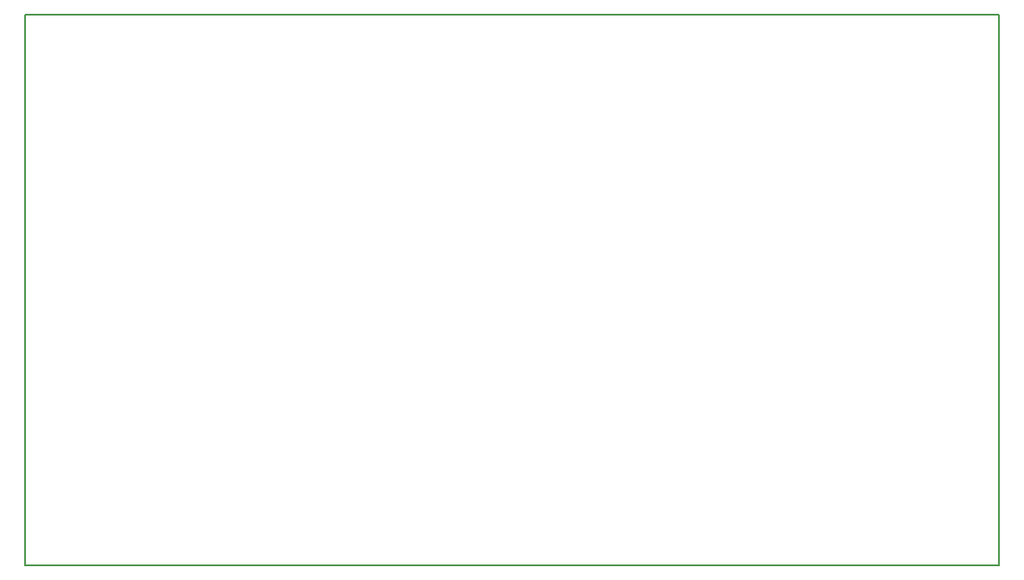
<source format=gbr>
G04 #@! TF.GenerationSoftware,KiCad,Pcbnew,5.0.2-bee76a0~70~ubuntu18.04.1*
G04 #@! TF.CreationDate,2019-06-21T19:34:52-07:00*
G04 #@! TF.ProjectId,aa-stalk-receiver-lvds,61612d73-7461-46c6-9b2d-726563656976,rev?*
G04 #@! TF.SameCoordinates,Original*
G04 #@! TF.FileFunction,Profile,NP*
%FSLAX46Y46*%
G04 Gerber Fmt 4.6, Leading zero omitted, Abs format (unit mm)*
G04 Created by KiCad (PCBNEW 5.0.2-bee76a0~70~ubuntu18.04.1) date Fri 21 Jun 2019 07:34:52 PM PDT*
%MOMM*%
%LPD*%
G01*
G04 APERTURE LIST*
%ADD10C,0.200000*%
G04 APERTURE END LIST*
D10*
X186817000Y-104140000D02*
X91440000Y-104140000D01*
X186817000Y-50165000D02*
X186817000Y-104140000D01*
X91440000Y-50165000D02*
X186817000Y-50165000D01*
X91440000Y-104140000D02*
X91440000Y-50165000D01*
M02*

</source>
